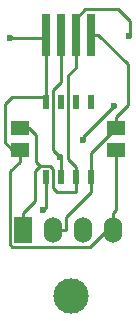
<source format=gbr>
G04 #@! TF.FileFunction,Copper,L1,Top,Signal*
%FSLAX46Y46*%
G04 Gerber Fmt 4.6, Leading zero omitted, Abs format (unit mm)*
G04 Created by KiCad (PCBNEW 0.201512201246+6385~39~ubuntu14.04.1-stable) date Fri 15 Jan 2016 12:22:44 CET*
%MOMM*%
G01*
G04 APERTURE LIST*
%ADD10C,0.200000*%
%ADD11R,0.508000X1.143000*%
%ADD12R,1.524000X2.199640*%
%ADD13O,1.524000X2.199640*%
%ADD14R,0.800000X3.524000*%
%ADD15C,2.999740*%
%ADD16R,1.498600X1.300480*%
%ADD17C,0.600000*%
%ADD18C,0.250000*%
G04 APERTURE END LIST*
D10*
D11*
X149225000Y-78105000D03*
X150495000Y-78105000D03*
X151765000Y-78105000D03*
X153035000Y-78105000D03*
X153035000Y-84455000D03*
X151765000Y-84455000D03*
X150495000Y-84455000D03*
X149225000Y-84455000D03*
D12*
X147320000Y-88900000D03*
D13*
X149860000Y-88900000D03*
X152400000Y-88900000D03*
X154940000Y-88900000D03*
D14*
X153035000Y-72390000D03*
X151765000Y-72390000D03*
X150495000Y-72390000D03*
X149225000Y-72390000D03*
D15*
X151384000Y-94488000D03*
D16*
X155194000Y-82169000D03*
X155194000Y-80264000D03*
X147066000Y-82169000D03*
X147066000Y-80264000D03*
D17*
X146189700Y-72710040D03*
X150450400Y-82731200D03*
X149052900Y-87200100D03*
X156324300Y-72511920D03*
X155050600Y-78398812D03*
X152397600Y-81274100D03*
D18*
X149225000Y-78105000D02*
X149225000Y-77656600D01*
X149225000Y-77656600D02*
X146399509Y-77656600D01*
X145771228Y-81512236D02*
X146427992Y-82169000D01*
X146399509Y-77656600D02*
X145771228Y-78284881D01*
X145771228Y-78284881D02*
X145771228Y-81512236D01*
X146427992Y-82169000D02*
X147066000Y-82169000D01*
X149225000Y-74477300D02*
X149225000Y-78105000D01*
X146613964Y-72710040D02*
X146189700Y-72710040D01*
X149023240Y-72710040D02*
X146613964Y-72710040D01*
X149225000Y-72911800D02*
X149023240Y-72710040D01*
X155194000Y-87220800D02*
X154940000Y-87474800D01*
X155194000Y-82169000D02*
X155194000Y-87220800D01*
X149225000Y-72390000D02*
X149225000Y-72911800D01*
X149225000Y-72911800D02*
X149225000Y-74477300D01*
X154940000Y-88900000D02*
X154940000Y-88408500D01*
X154940000Y-88408500D02*
X154940000Y-87474800D01*
X146232600Y-83977900D02*
X147066000Y-83144500D01*
X146232600Y-90151900D02*
X146232600Y-83977900D01*
X146419900Y-90339200D02*
X146232600Y-90151900D01*
X153009300Y-90339200D02*
X146419900Y-90339200D01*
X154940000Y-88408500D02*
X153009300Y-90339200D01*
X147066000Y-82169000D02*
X147066000Y-83144500D01*
X150450400Y-82731200D02*
X150495000Y-82775800D01*
X150495000Y-82775800D02*
X150495000Y-84006600D01*
X150495000Y-84006600D02*
X150495000Y-84455000D01*
X150495000Y-72390000D02*
X150495000Y-76408194D01*
X150495000Y-76408194D02*
X149852360Y-77050834D01*
X149852360Y-77050834D02*
X149852360Y-82133160D01*
X149852360Y-82133160D02*
X150450400Y-82731200D01*
X149052900Y-87200100D02*
X149225000Y-87028000D01*
X149225000Y-87028000D02*
X149225000Y-85351800D01*
X149225000Y-85351800D02*
X149225000Y-84455000D01*
X147066000Y-80264000D02*
X147830678Y-80264000D01*
X147830678Y-80264000D02*
X148416297Y-80849619D01*
X148416297Y-80849619D02*
X148416297Y-83206999D01*
X148416297Y-83206999D02*
X148739398Y-83530100D01*
X149617300Y-83530100D02*
X148739398Y-83530100D01*
X148739398Y-83530100D02*
X148328108Y-83941390D01*
X148328108Y-83941390D02*
X148328108Y-86466792D01*
X147320000Y-88900000D02*
X147320000Y-87474900D01*
X147320000Y-87474900D02*
X148328108Y-86466792D01*
X151765000Y-84455000D02*
X151765000Y-83558200D01*
X151127227Y-82920427D02*
X151127227Y-75849073D01*
X151765000Y-83558200D02*
X151127227Y-82920427D01*
X151127227Y-75849073D02*
X151765000Y-75211300D01*
X151765000Y-75211300D02*
X151765000Y-72390000D01*
X151765000Y-84455000D02*
X151765000Y-85738884D01*
X151765000Y-85738884D02*
X150223130Y-85738884D01*
X150223130Y-85738884D02*
X149873012Y-85388766D01*
X149873012Y-85388766D02*
X149873012Y-83785812D01*
X149873012Y-83785812D02*
X149617300Y-83530100D01*
X151765000Y-72390000D02*
X151765000Y-71028000D01*
X151765000Y-71028000D02*
X152582320Y-70210680D01*
X152582320Y-70210680D02*
X155348940Y-70210680D01*
X155348940Y-70210680D02*
X156339540Y-71201280D01*
X156339540Y-71201280D02*
X156339540Y-72496680D01*
X156339540Y-72496680D02*
X156324300Y-72511920D01*
X155194000Y-79363760D02*
X155194000Y-80264000D01*
X153035000Y-72390000D02*
X153685000Y-72390000D01*
X153685000Y-72390000D02*
X156193300Y-74898300D01*
X156193300Y-78364460D02*
X155194000Y-79363760D01*
X156193300Y-74898300D02*
X156193300Y-78364460D01*
X149860000Y-88900000D02*
X150947300Y-88900000D01*
X153035000Y-85725000D02*
X153035000Y-84455000D01*
X150947300Y-87812700D02*
X153035000Y-85725000D01*
X150947300Y-88900000D02*
X150947300Y-87812700D01*
X153035000Y-82423000D02*
X155194000Y-80264000D01*
X153035000Y-84455000D02*
X153035000Y-82423000D01*
X152397600Y-81274100D02*
X152397600Y-81051812D01*
X152397600Y-81051812D02*
X154750601Y-78698811D01*
X154750601Y-78698811D02*
X155050600Y-78398812D01*
M02*

</source>
